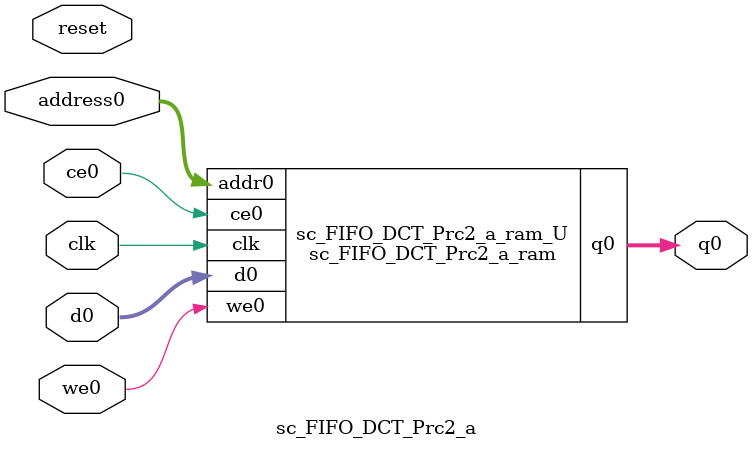
<source format=v>

`timescale 1 ns / 1 ps
module sc_FIFO_DCT_Prc2_a_ram (addr0, ce0, d0, we0, q0,  clk);

parameter DWIDTH = 32;
parameter AWIDTH = 6;
parameter MEM_SIZE = 64;

input[AWIDTH-1:0] addr0;
input ce0;
input[DWIDTH-1:0] d0;
input we0;
output reg[DWIDTH-1:0] q0;
input clk;

(* ram_style = "block" *)reg [DWIDTH-1:0] ram[0:MEM_SIZE-1];




always @(posedge clk)  
begin 
    if (ce0) 
    begin
        if (we0) 
        begin 
            ram[addr0] <= d0; 
            q0 <= d0;
        end 
        else 
            q0 <= ram[addr0];
    end
end


endmodule


`timescale 1 ns / 1 ps
module sc_FIFO_DCT_Prc2_a(
    reset,
    clk,
    address0,
    ce0,
    we0,
    d0,
    q0);

parameter DataWidth = 32'd32;
parameter AddressRange = 32'd64;
parameter AddressWidth = 32'd6;
input reset;
input clk;
input[AddressWidth - 1:0] address0;
input ce0;
input we0;
input[DataWidth - 1:0] d0;
output[DataWidth - 1:0] q0;



sc_FIFO_DCT_Prc2_a_ram sc_FIFO_DCT_Prc2_a_ram_U(
    .clk( clk ),
    .addr0( address0 ),
    .ce0( ce0 ),
    .d0( d0 ),
    .we0( we0 ),
    .q0( q0 ));

endmodule


</source>
